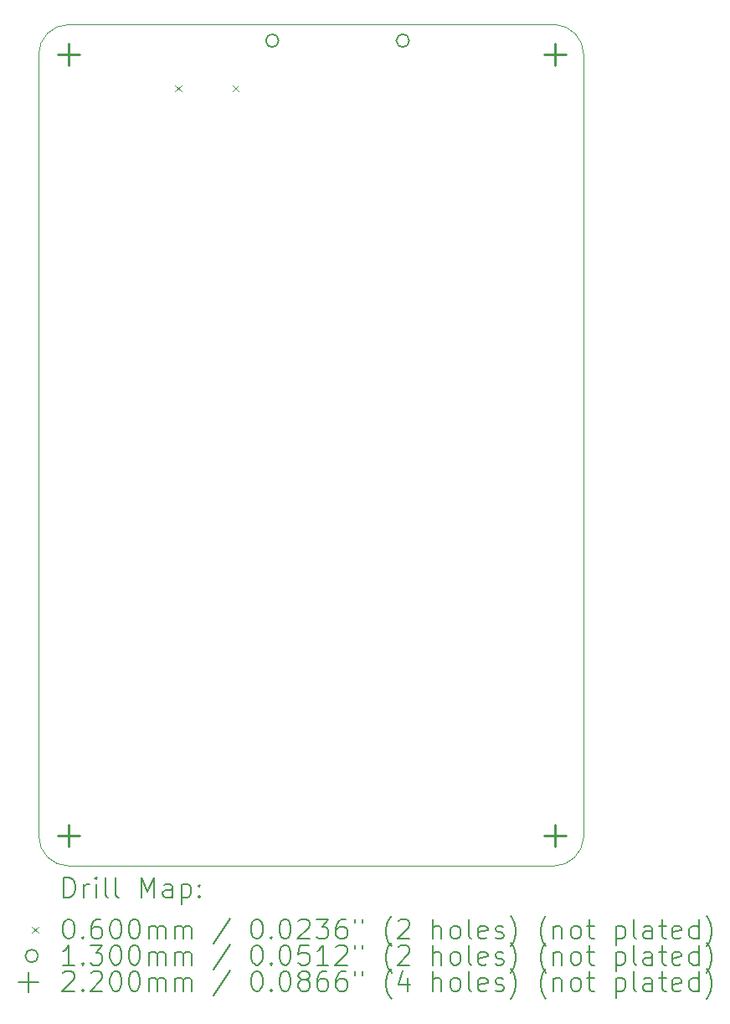
<source format=gbr>
%TF.GenerationSoftware,KiCad,Pcbnew,9.0.2*%
%TF.CreationDate,2025-05-24T18:09:23+02:00*%
%TF.ProjectId,CCFL2LED,4343464c-324c-4454-942e-6b696361645f,rev?*%
%TF.SameCoordinates,Original*%
%TF.FileFunction,Drillmap*%
%TF.FilePolarity,Positive*%
%FSLAX45Y45*%
G04 Gerber Fmt 4.5, Leading zero omitted, Abs format (unit mm)*
G04 Created by KiCad (PCBNEW 9.0.2) date 2025-05-24 18:09:23*
%MOMM*%
%LPD*%
G01*
G04 APERTURE LIST*
%ADD10C,0.100000*%
%ADD11C,0.200000*%
%ADD12C,0.130000*%
%ADD13C,0.220000*%
G04 APERTURE END LIST*
D10*
X9499865Y-3302000D02*
X9499865Y-11214100D01*
X3987800Y-3302000D02*
G75*
G02*
X4292600Y-2997200I304800J0D01*
G01*
X4292600Y-2997200D02*
X9207500Y-2997200D01*
X3987800Y-11201400D02*
X3987800Y-3302000D01*
X9207500Y-2997200D02*
G75*
G02*
X9499865Y-3302000I-12700J-304800D01*
G01*
X9194800Y-11506200D02*
X4292600Y-11506200D01*
X4292600Y-11506200D02*
G75*
G02*
X3987800Y-11201400I0J304800D01*
G01*
X9499865Y-11214100D02*
G75*
G02*
X9194800Y-11506729I-305065J12700D01*
G01*
D11*
D10*
X5370400Y-3611100D02*
X5430400Y-3671100D01*
X5430400Y-3611100D02*
X5370400Y-3671100D01*
X5948400Y-3611100D02*
X6008400Y-3671100D01*
X6008400Y-3611100D02*
X5948400Y-3671100D01*
D12*
X6415400Y-3160500D02*
G75*
G02*
X6285400Y-3160500I-65000J0D01*
G01*
X6285400Y-3160500D02*
G75*
G02*
X6415400Y-3160500I65000J0D01*
G01*
X7735400Y-3160500D02*
G75*
G02*
X7605400Y-3160500I-65000J0D01*
G01*
X7605400Y-3160500D02*
G75*
G02*
X7735400Y-3160500I65000J0D01*
G01*
D13*
X4292600Y-3192000D02*
X4292600Y-3412000D01*
X4182600Y-3302000D02*
X4402600Y-3302000D01*
X4292600Y-11091400D02*
X4292600Y-11311400D01*
X4182600Y-11201400D02*
X4402600Y-11201400D01*
X9207500Y-3192000D02*
X9207500Y-3412000D01*
X9097500Y-3302000D02*
X9317500Y-3302000D01*
X9207500Y-11091400D02*
X9207500Y-11311400D01*
X9097500Y-11201400D02*
X9317500Y-11201400D01*
D11*
X4243577Y-11823212D02*
X4243577Y-11623212D01*
X4243577Y-11623212D02*
X4291196Y-11623212D01*
X4291196Y-11623212D02*
X4319767Y-11632736D01*
X4319767Y-11632736D02*
X4338815Y-11651784D01*
X4338815Y-11651784D02*
X4348339Y-11670831D01*
X4348339Y-11670831D02*
X4357863Y-11708927D01*
X4357863Y-11708927D02*
X4357863Y-11737498D01*
X4357863Y-11737498D02*
X4348339Y-11775593D01*
X4348339Y-11775593D02*
X4338815Y-11794641D01*
X4338815Y-11794641D02*
X4319767Y-11813689D01*
X4319767Y-11813689D02*
X4291196Y-11823212D01*
X4291196Y-11823212D02*
X4243577Y-11823212D01*
X4443577Y-11823212D02*
X4443577Y-11689879D01*
X4443577Y-11727974D02*
X4453101Y-11708927D01*
X4453101Y-11708927D02*
X4462624Y-11699403D01*
X4462624Y-11699403D02*
X4481672Y-11689879D01*
X4481672Y-11689879D02*
X4500720Y-11689879D01*
X4567386Y-11823212D02*
X4567386Y-11689879D01*
X4567386Y-11623212D02*
X4557863Y-11632736D01*
X4557863Y-11632736D02*
X4567386Y-11642260D01*
X4567386Y-11642260D02*
X4576910Y-11632736D01*
X4576910Y-11632736D02*
X4567386Y-11623212D01*
X4567386Y-11623212D02*
X4567386Y-11642260D01*
X4691196Y-11823212D02*
X4672148Y-11813689D01*
X4672148Y-11813689D02*
X4662624Y-11794641D01*
X4662624Y-11794641D02*
X4662624Y-11623212D01*
X4795958Y-11823212D02*
X4776910Y-11813689D01*
X4776910Y-11813689D02*
X4767386Y-11794641D01*
X4767386Y-11794641D02*
X4767386Y-11623212D01*
X5024529Y-11823212D02*
X5024529Y-11623212D01*
X5024529Y-11623212D02*
X5091196Y-11766070D01*
X5091196Y-11766070D02*
X5157863Y-11623212D01*
X5157863Y-11623212D02*
X5157863Y-11823212D01*
X5338815Y-11823212D02*
X5338815Y-11718451D01*
X5338815Y-11718451D02*
X5329291Y-11699403D01*
X5329291Y-11699403D02*
X5310244Y-11689879D01*
X5310244Y-11689879D02*
X5272148Y-11689879D01*
X5272148Y-11689879D02*
X5253101Y-11699403D01*
X5338815Y-11813689D02*
X5319767Y-11823212D01*
X5319767Y-11823212D02*
X5272148Y-11823212D01*
X5272148Y-11823212D02*
X5253101Y-11813689D01*
X5253101Y-11813689D02*
X5243577Y-11794641D01*
X5243577Y-11794641D02*
X5243577Y-11775593D01*
X5243577Y-11775593D02*
X5253101Y-11756546D01*
X5253101Y-11756546D02*
X5272148Y-11747022D01*
X5272148Y-11747022D02*
X5319767Y-11747022D01*
X5319767Y-11747022D02*
X5338815Y-11737498D01*
X5434053Y-11689879D02*
X5434053Y-11889879D01*
X5434053Y-11699403D02*
X5453101Y-11689879D01*
X5453101Y-11689879D02*
X5491196Y-11689879D01*
X5491196Y-11689879D02*
X5510244Y-11699403D01*
X5510244Y-11699403D02*
X5519767Y-11708927D01*
X5519767Y-11708927D02*
X5529291Y-11727974D01*
X5529291Y-11727974D02*
X5529291Y-11785117D01*
X5529291Y-11785117D02*
X5519767Y-11804165D01*
X5519767Y-11804165D02*
X5510244Y-11813689D01*
X5510244Y-11813689D02*
X5491196Y-11823212D01*
X5491196Y-11823212D02*
X5453101Y-11823212D01*
X5453101Y-11823212D02*
X5434053Y-11813689D01*
X5615005Y-11804165D02*
X5624529Y-11813689D01*
X5624529Y-11813689D02*
X5615005Y-11823212D01*
X5615005Y-11823212D02*
X5605482Y-11813689D01*
X5605482Y-11813689D02*
X5615005Y-11804165D01*
X5615005Y-11804165D02*
X5615005Y-11823212D01*
X5615005Y-11699403D02*
X5624529Y-11708927D01*
X5624529Y-11708927D02*
X5615005Y-11718451D01*
X5615005Y-11718451D02*
X5605482Y-11708927D01*
X5605482Y-11708927D02*
X5615005Y-11699403D01*
X5615005Y-11699403D02*
X5615005Y-11718451D01*
D10*
X3922800Y-12121729D02*
X3982800Y-12181729D01*
X3982800Y-12121729D02*
X3922800Y-12181729D01*
D11*
X4281672Y-12043212D02*
X4300720Y-12043212D01*
X4300720Y-12043212D02*
X4319767Y-12052736D01*
X4319767Y-12052736D02*
X4329291Y-12062260D01*
X4329291Y-12062260D02*
X4338815Y-12081308D01*
X4338815Y-12081308D02*
X4348339Y-12119403D01*
X4348339Y-12119403D02*
X4348339Y-12167022D01*
X4348339Y-12167022D02*
X4338815Y-12205117D01*
X4338815Y-12205117D02*
X4329291Y-12224165D01*
X4329291Y-12224165D02*
X4319767Y-12233689D01*
X4319767Y-12233689D02*
X4300720Y-12243212D01*
X4300720Y-12243212D02*
X4281672Y-12243212D01*
X4281672Y-12243212D02*
X4262624Y-12233689D01*
X4262624Y-12233689D02*
X4253101Y-12224165D01*
X4253101Y-12224165D02*
X4243577Y-12205117D01*
X4243577Y-12205117D02*
X4234053Y-12167022D01*
X4234053Y-12167022D02*
X4234053Y-12119403D01*
X4234053Y-12119403D02*
X4243577Y-12081308D01*
X4243577Y-12081308D02*
X4253101Y-12062260D01*
X4253101Y-12062260D02*
X4262624Y-12052736D01*
X4262624Y-12052736D02*
X4281672Y-12043212D01*
X4434053Y-12224165D02*
X4443577Y-12233689D01*
X4443577Y-12233689D02*
X4434053Y-12243212D01*
X4434053Y-12243212D02*
X4424529Y-12233689D01*
X4424529Y-12233689D02*
X4434053Y-12224165D01*
X4434053Y-12224165D02*
X4434053Y-12243212D01*
X4615005Y-12043212D02*
X4576910Y-12043212D01*
X4576910Y-12043212D02*
X4557863Y-12052736D01*
X4557863Y-12052736D02*
X4548339Y-12062260D01*
X4548339Y-12062260D02*
X4529291Y-12090831D01*
X4529291Y-12090831D02*
X4519767Y-12128927D01*
X4519767Y-12128927D02*
X4519767Y-12205117D01*
X4519767Y-12205117D02*
X4529291Y-12224165D01*
X4529291Y-12224165D02*
X4538815Y-12233689D01*
X4538815Y-12233689D02*
X4557863Y-12243212D01*
X4557863Y-12243212D02*
X4595958Y-12243212D01*
X4595958Y-12243212D02*
X4615005Y-12233689D01*
X4615005Y-12233689D02*
X4624529Y-12224165D01*
X4624529Y-12224165D02*
X4634053Y-12205117D01*
X4634053Y-12205117D02*
X4634053Y-12157498D01*
X4634053Y-12157498D02*
X4624529Y-12138451D01*
X4624529Y-12138451D02*
X4615005Y-12128927D01*
X4615005Y-12128927D02*
X4595958Y-12119403D01*
X4595958Y-12119403D02*
X4557863Y-12119403D01*
X4557863Y-12119403D02*
X4538815Y-12128927D01*
X4538815Y-12128927D02*
X4529291Y-12138451D01*
X4529291Y-12138451D02*
X4519767Y-12157498D01*
X4757863Y-12043212D02*
X4776910Y-12043212D01*
X4776910Y-12043212D02*
X4795958Y-12052736D01*
X4795958Y-12052736D02*
X4805482Y-12062260D01*
X4805482Y-12062260D02*
X4815005Y-12081308D01*
X4815005Y-12081308D02*
X4824529Y-12119403D01*
X4824529Y-12119403D02*
X4824529Y-12167022D01*
X4824529Y-12167022D02*
X4815005Y-12205117D01*
X4815005Y-12205117D02*
X4805482Y-12224165D01*
X4805482Y-12224165D02*
X4795958Y-12233689D01*
X4795958Y-12233689D02*
X4776910Y-12243212D01*
X4776910Y-12243212D02*
X4757863Y-12243212D01*
X4757863Y-12243212D02*
X4738815Y-12233689D01*
X4738815Y-12233689D02*
X4729291Y-12224165D01*
X4729291Y-12224165D02*
X4719767Y-12205117D01*
X4719767Y-12205117D02*
X4710244Y-12167022D01*
X4710244Y-12167022D02*
X4710244Y-12119403D01*
X4710244Y-12119403D02*
X4719767Y-12081308D01*
X4719767Y-12081308D02*
X4729291Y-12062260D01*
X4729291Y-12062260D02*
X4738815Y-12052736D01*
X4738815Y-12052736D02*
X4757863Y-12043212D01*
X4948339Y-12043212D02*
X4967386Y-12043212D01*
X4967386Y-12043212D02*
X4986434Y-12052736D01*
X4986434Y-12052736D02*
X4995958Y-12062260D01*
X4995958Y-12062260D02*
X5005482Y-12081308D01*
X5005482Y-12081308D02*
X5015005Y-12119403D01*
X5015005Y-12119403D02*
X5015005Y-12167022D01*
X5015005Y-12167022D02*
X5005482Y-12205117D01*
X5005482Y-12205117D02*
X4995958Y-12224165D01*
X4995958Y-12224165D02*
X4986434Y-12233689D01*
X4986434Y-12233689D02*
X4967386Y-12243212D01*
X4967386Y-12243212D02*
X4948339Y-12243212D01*
X4948339Y-12243212D02*
X4929291Y-12233689D01*
X4929291Y-12233689D02*
X4919767Y-12224165D01*
X4919767Y-12224165D02*
X4910244Y-12205117D01*
X4910244Y-12205117D02*
X4900720Y-12167022D01*
X4900720Y-12167022D02*
X4900720Y-12119403D01*
X4900720Y-12119403D02*
X4910244Y-12081308D01*
X4910244Y-12081308D02*
X4919767Y-12062260D01*
X4919767Y-12062260D02*
X4929291Y-12052736D01*
X4929291Y-12052736D02*
X4948339Y-12043212D01*
X5100720Y-12243212D02*
X5100720Y-12109879D01*
X5100720Y-12128927D02*
X5110244Y-12119403D01*
X5110244Y-12119403D02*
X5129291Y-12109879D01*
X5129291Y-12109879D02*
X5157863Y-12109879D01*
X5157863Y-12109879D02*
X5176910Y-12119403D01*
X5176910Y-12119403D02*
X5186434Y-12138451D01*
X5186434Y-12138451D02*
X5186434Y-12243212D01*
X5186434Y-12138451D02*
X5195958Y-12119403D01*
X5195958Y-12119403D02*
X5215005Y-12109879D01*
X5215005Y-12109879D02*
X5243577Y-12109879D01*
X5243577Y-12109879D02*
X5262625Y-12119403D01*
X5262625Y-12119403D02*
X5272148Y-12138451D01*
X5272148Y-12138451D02*
X5272148Y-12243212D01*
X5367386Y-12243212D02*
X5367386Y-12109879D01*
X5367386Y-12128927D02*
X5376910Y-12119403D01*
X5376910Y-12119403D02*
X5395958Y-12109879D01*
X5395958Y-12109879D02*
X5424529Y-12109879D01*
X5424529Y-12109879D02*
X5443577Y-12119403D01*
X5443577Y-12119403D02*
X5453101Y-12138451D01*
X5453101Y-12138451D02*
X5453101Y-12243212D01*
X5453101Y-12138451D02*
X5462625Y-12119403D01*
X5462625Y-12119403D02*
X5481672Y-12109879D01*
X5481672Y-12109879D02*
X5510244Y-12109879D01*
X5510244Y-12109879D02*
X5529291Y-12119403D01*
X5529291Y-12119403D02*
X5538815Y-12138451D01*
X5538815Y-12138451D02*
X5538815Y-12243212D01*
X5929291Y-12033689D02*
X5757863Y-12290831D01*
X6186434Y-12043212D02*
X6205482Y-12043212D01*
X6205482Y-12043212D02*
X6224529Y-12052736D01*
X6224529Y-12052736D02*
X6234053Y-12062260D01*
X6234053Y-12062260D02*
X6243577Y-12081308D01*
X6243577Y-12081308D02*
X6253101Y-12119403D01*
X6253101Y-12119403D02*
X6253101Y-12167022D01*
X6253101Y-12167022D02*
X6243577Y-12205117D01*
X6243577Y-12205117D02*
X6234053Y-12224165D01*
X6234053Y-12224165D02*
X6224529Y-12233689D01*
X6224529Y-12233689D02*
X6205482Y-12243212D01*
X6205482Y-12243212D02*
X6186434Y-12243212D01*
X6186434Y-12243212D02*
X6167386Y-12233689D01*
X6167386Y-12233689D02*
X6157863Y-12224165D01*
X6157863Y-12224165D02*
X6148339Y-12205117D01*
X6148339Y-12205117D02*
X6138815Y-12167022D01*
X6138815Y-12167022D02*
X6138815Y-12119403D01*
X6138815Y-12119403D02*
X6148339Y-12081308D01*
X6148339Y-12081308D02*
X6157863Y-12062260D01*
X6157863Y-12062260D02*
X6167386Y-12052736D01*
X6167386Y-12052736D02*
X6186434Y-12043212D01*
X6338815Y-12224165D02*
X6348339Y-12233689D01*
X6348339Y-12233689D02*
X6338815Y-12243212D01*
X6338815Y-12243212D02*
X6329291Y-12233689D01*
X6329291Y-12233689D02*
X6338815Y-12224165D01*
X6338815Y-12224165D02*
X6338815Y-12243212D01*
X6472148Y-12043212D02*
X6491196Y-12043212D01*
X6491196Y-12043212D02*
X6510244Y-12052736D01*
X6510244Y-12052736D02*
X6519767Y-12062260D01*
X6519767Y-12062260D02*
X6529291Y-12081308D01*
X6529291Y-12081308D02*
X6538815Y-12119403D01*
X6538815Y-12119403D02*
X6538815Y-12167022D01*
X6538815Y-12167022D02*
X6529291Y-12205117D01*
X6529291Y-12205117D02*
X6519767Y-12224165D01*
X6519767Y-12224165D02*
X6510244Y-12233689D01*
X6510244Y-12233689D02*
X6491196Y-12243212D01*
X6491196Y-12243212D02*
X6472148Y-12243212D01*
X6472148Y-12243212D02*
X6453101Y-12233689D01*
X6453101Y-12233689D02*
X6443577Y-12224165D01*
X6443577Y-12224165D02*
X6434053Y-12205117D01*
X6434053Y-12205117D02*
X6424529Y-12167022D01*
X6424529Y-12167022D02*
X6424529Y-12119403D01*
X6424529Y-12119403D02*
X6434053Y-12081308D01*
X6434053Y-12081308D02*
X6443577Y-12062260D01*
X6443577Y-12062260D02*
X6453101Y-12052736D01*
X6453101Y-12052736D02*
X6472148Y-12043212D01*
X6615006Y-12062260D02*
X6624529Y-12052736D01*
X6624529Y-12052736D02*
X6643577Y-12043212D01*
X6643577Y-12043212D02*
X6691196Y-12043212D01*
X6691196Y-12043212D02*
X6710244Y-12052736D01*
X6710244Y-12052736D02*
X6719767Y-12062260D01*
X6719767Y-12062260D02*
X6729291Y-12081308D01*
X6729291Y-12081308D02*
X6729291Y-12100355D01*
X6729291Y-12100355D02*
X6719767Y-12128927D01*
X6719767Y-12128927D02*
X6605482Y-12243212D01*
X6605482Y-12243212D02*
X6729291Y-12243212D01*
X6795958Y-12043212D02*
X6919767Y-12043212D01*
X6919767Y-12043212D02*
X6853101Y-12119403D01*
X6853101Y-12119403D02*
X6881672Y-12119403D01*
X6881672Y-12119403D02*
X6900720Y-12128927D01*
X6900720Y-12128927D02*
X6910244Y-12138451D01*
X6910244Y-12138451D02*
X6919767Y-12157498D01*
X6919767Y-12157498D02*
X6919767Y-12205117D01*
X6919767Y-12205117D02*
X6910244Y-12224165D01*
X6910244Y-12224165D02*
X6900720Y-12233689D01*
X6900720Y-12233689D02*
X6881672Y-12243212D01*
X6881672Y-12243212D02*
X6824529Y-12243212D01*
X6824529Y-12243212D02*
X6805482Y-12233689D01*
X6805482Y-12233689D02*
X6795958Y-12224165D01*
X7091196Y-12043212D02*
X7053101Y-12043212D01*
X7053101Y-12043212D02*
X7034053Y-12052736D01*
X7034053Y-12052736D02*
X7024529Y-12062260D01*
X7024529Y-12062260D02*
X7005482Y-12090831D01*
X7005482Y-12090831D02*
X6995958Y-12128927D01*
X6995958Y-12128927D02*
X6995958Y-12205117D01*
X6995958Y-12205117D02*
X7005482Y-12224165D01*
X7005482Y-12224165D02*
X7015006Y-12233689D01*
X7015006Y-12233689D02*
X7034053Y-12243212D01*
X7034053Y-12243212D02*
X7072148Y-12243212D01*
X7072148Y-12243212D02*
X7091196Y-12233689D01*
X7091196Y-12233689D02*
X7100720Y-12224165D01*
X7100720Y-12224165D02*
X7110244Y-12205117D01*
X7110244Y-12205117D02*
X7110244Y-12157498D01*
X7110244Y-12157498D02*
X7100720Y-12138451D01*
X7100720Y-12138451D02*
X7091196Y-12128927D01*
X7091196Y-12128927D02*
X7072148Y-12119403D01*
X7072148Y-12119403D02*
X7034053Y-12119403D01*
X7034053Y-12119403D02*
X7015006Y-12128927D01*
X7015006Y-12128927D02*
X7005482Y-12138451D01*
X7005482Y-12138451D02*
X6995958Y-12157498D01*
X7186434Y-12043212D02*
X7186434Y-12081308D01*
X7262625Y-12043212D02*
X7262625Y-12081308D01*
X7557863Y-12319403D02*
X7548339Y-12309879D01*
X7548339Y-12309879D02*
X7529291Y-12281308D01*
X7529291Y-12281308D02*
X7519768Y-12262260D01*
X7519768Y-12262260D02*
X7510244Y-12233689D01*
X7510244Y-12233689D02*
X7500720Y-12186070D01*
X7500720Y-12186070D02*
X7500720Y-12147974D01*
X7500720Y-12147974D02*
X7510244Y-12100355D01*
X7510244Y-12100355D02*
X7519768Y-12071784D01*
X7519768Y-12071784D02*
X7529291Y-12052736D01*
X7529291Y-12052736D02*
X7548339Y-12024165D01*
X7548339Y-12024165D02*
X7557863Y-12014641D01*
X7624529Y-12062260D02*
X7634053Y-12052736D01*
X7634053Y-12052736D02*
X7653101Y-12043212D01*
X7653101Y-12043212D02*
X7700720Y-12043212D01*
X7700720Y-12043212D02*
X7719768Y-12052736D01*
X7719768Y-12052736D02*
X7729291Y-12062260D01*
X7729291Y-12062260D02*
X7738815Y-12081308D01*
X7738815Y-12081308D02*
X7738815Y-12100355D01*
X7738815Y-12100355D02*
X7729291Y-12128927D01*
X7729291Y-12128927D02*
X7615006Y-12243212D01*
X7615006Y-12243212D02*
X7738815Y-12243212D01*
X7976910Y-12243212D02*
X7976910Y-12043212D01*
X8062625Y-12243212D02*
X8062625Y-12138451D01*
X8062625Y-12138451D02*
X8053101Y-12119403D01*
X8053101Y-12119403D02*
X8034053Y-12109879D01*
X8034053Y-12109879D02*
X8005482Y-12109879D01*
X8005482Y-12109879D02*
X7986434Y-12119403D01*
X7986434Y-12119403D02*
X7976910Y-12128927D01*
X8186434Y-12243212D02*
X8167387Y-12233689D01*
X8167387Y-12233689D02*
X8157863Y-12224165D01*
X8157863Y-12224165D02*
X8148339Y-12205117D01*
X8148339Y-12205117D02*
X8148339Y-12147974D01*
X8148339Y-12147974D02*
X8157863Y-12128927D01*
X8157863Y-12128927D02*
X8167387Y-12119403D01*
X8167387Y-12119403D02*
X8186434Y-12109879D01*
X8186434Y-12109879D02*
X8215006Y-12109879D01*
X8215006Y-12109879D02*
X8234053Y-12119403D01*
X8234053Y-12119403D02*
X8243577Y-12128927D01*
X8243577Y-12128927D02*
X8253101Y-12147974D01*
X8253101Y-12147974D02*
X8253101Y-12205117D01*
X8253101Y-12205117D02*
X8243577Y-12224165D01*
X8243577Y-12224165D02*
X8234053Y-12233689D01*
X8234053Y-12233689D02*
X8215006Y-12243212D01*
X8215006Y-12243212D02*
X8186434Y-12243212D01*
X8367387Y-12243212D02*
X8348339Y-12233689D01*
X8348339Y-12233689D02*
X8338815Y-12214641D01*
X8338815Y-12214641D02*
X8338815Y-12043212D01*
X8519768Y-12233689D02*
X8500720Y-12243212D01*
X8500720Y-12243212D02*
X8462625Y-12243212D01*
X8462625Y-12243212D02*
X8443577Y-12233689D01*
X8443577Y-12233689D02*
X8434053Y-12214641D01*
X8434053Y-12214641D02*
X8434053Y-12138451D01*
X8434053Y-12138451D02*
X8443577Y-12119403D01*
X8443577Y-12119403D02*
X8462625Y-12109879D01*
X8462625Y-12109879D02*
X8500720Y-12109879D01*
X8500720Y-12109879D02*
X8519768Y-12119403D01*
X8519768Y-12119403D02*
X8529292Y-12138451D01*
X8529292Y-12138451D02*
X8529292Y-12157498D01*
X8529292Y-12157498D02*
X8434053Y-12176546D01*
X8605482Y-12233689D02*
X8624530Y-12243212D01*
X8624530Y-12243212D02*
X8662625Y-12243212D01*
X8662625Y-12243212D02*
X8681673Y-12233689D01*
X8681673Y-12233689D02*
X8691196Y-12214641D01*
X8691196Y-12214641D02*
X8691196Y-12205117D01*
X8691196Y-12205117D02*
X8681673Y-12186070D01*
X8681673Y-12186070D02*
X8662625Y-12176546D01*
X8662625Y-12176546D02*
X8634053Y-12176546D01*
X8634053Y-12176546D02*
X8615006Y-12167022D01*
X8615006Y-12167022D02*
X8605482Y-12147974D01*
X8605482Y-12147974D02*
X8605482Y-12138451D01*
X8605482Y-12138451D02*
X8615006Y-12119403D01*
X8615006Y-12119403D02*
X8634053Y-12109879D01*
X8634053Y-12109879D02*
X8662625Y-12109879D01*
X8662625Y-12109879D02*
X8681673Y-12119403D01*
X8757863Y-12319403D02*
X8767387Y-12309879D01*
X8767387Y-12309879D02*
X8786434Y-12281308D01*
X8786434Y-12281308D02*
X8795958Y-12262260D01*
X8795958Y-12262260D02*
X8805482Y-12233689D01*
X8805482Y-12233689D02*
X8815006Y-12186070D01*
X8815006Y-12186070D02*
X8815006Y-12147974D01*
X8815006Y-12147974D02*
X8805482Y-12100355D01*
X8805482Y-12100355D02*
X8795958Y-12071784D01*
X8795958Y-12071784D02*
X8786434Y-12052736D01*
X8786434Y-12052736D02*
X8767387Y-12024165D01*
X8767387Y-12024165D02*
X8757863Y-12014641D01*
X9119768Y-12319403D02*
X9110244Y-12309879D01*
X9110244Y-12309879D02*
X9091196Y-12281308D01*
X9091196Y-12281308D02*
X9081673Y-12262260D01*
X9081673Y-12262260D02*
X9072149Y-12233689D01*
X9072149Y-12233689D02*
X9062625Y-12186070D01*
X9062625Y-12186070D02*
X9062625Y-12147974D01*
X9062625Y-12147974D02*
X9072149Y-12100355D01*
X9072149Y-12100355D02*
X9081673Y-12071784D01*
X9081673Y-12071784D02*
X9091196Y-12052736D01*
X9091196Y-12052736D02*
X9110244Y-12024165D01*
X9110244Y-12024165D02*
X9119768Y-12014641D01*
X9195958Y-12109879D02*
X9195958Y-12243212D01*
X9195958Y-12128927D02*
X9205482Y-12119403D01*
X9205482Y-12119403D02*
X9224530Y-12109879D01*
X9224530Y-12109879D02*
X9253101Y-12109879D01*
X9253101Y-12109879D02*
X9272149Y-12119403D01*
X9272149Y-12119403D02*
X9281673Y-12138451D01*
X9281673Y-12138451D02*
X9281673Y-12243212D01*
X9405482Y-12243212D02*
X9386434Y-12233689D01*
X9386434Y-12233689D02*
X9376911Y-12224165D01*
X9376911Y-12224165D02*
X9367387Y-12205117D01*
X9367387Y-12205117D02*
X9367387Y-12147974D01*
X9367387Y-12147974D02*
X9376911Y-12128927D01*
X9376911Y-12128927D02*
X9386434Y-12119403D01*
X9386434Y-12119403D02*
X9405482Y-12109879D01*
X9405482Y-12109879D02*
X9434054Y-12109879D01*
X9434054Y-12109879D02*
X9453101Y-12119403D01*
X9453101Y-12119403D02*
X9462625Y-12128927D01*
X9462625Y-12128927D02*
X9472149Y-12147974D01*
X9472149Y-12147974D02*
X9472149Y-12205117D01*
X9472149Y-12205117D02*
X9462625Y-12224165D01*
X9462625Y-12224165D02*
X9453101Y-12233689D01*
X9453101Y-12233689D02*
X9434054Y-12243212D01*
X9434054Y-12243212D02*
X9405482Y-12243212D01*
X9529292Y-12109879D02*
X9605482Y-12109879D01*
X9557863Y-12043212D02*
X9557863Y-12214641D01*
X9557863Y-12214641D02*
X9567387Y-12233689D01*
X9567387Y-12233689D02*
X9586434Y-12243212D01*
X9586434Y-12243212D02*
X9605482Y-12243212D01*
X9824530Y-12109879D02*
X9824530Y-12309879D01*
X9824530Y-12119403D02*
X9843577Y-12109879D01*
X9843577Y-12109879D02*
X9881673Y-12109879D01*
X9881673Y-12109879D02*
X9900720Y-12119403D01*
X9900720Y-12119403D02*
X9910244Y-12128927D01*
X9910244Y-12128927D02*
X9919768Y-12147974D01*
X9919768Y-12147974D02*
X9919768Y-12205117D01*
X9919768Y-12205117D02*
X9910244Y-12224165D01*
X9910244Y-12224165D02*
X9900720Y-12233689D01*
X9900720Y-12233689D02*
X9881673Y-12243212D01*
X9881673Y-12243212D02*
X9843577Y-12243212D01*
X9843577Y-12243212D02*
X9824530Y-12233689D01*
X10034054Y-12243212D02*
X10015006Y-12233689D01*
X10015006Y-12233689D02*
X10005482Y-12214641D01*
X10005482Y-12214641D02*
X10005482Y-12043212D01*
X10195958Y-12243212D02*
X10195958Y-12138451D01*
X10195958Y-12138451D02*
X10186435Y-12119403D01*
X10186435Y-12119403D02*
X10167387Y-12109879D01*
X10167387Y-12109879D02*
X10129292Y-12109879D01*
X10129292Y-12109879D02*
X10110244Y-12119403D01*
X10195958Y-12233689D02*
X10176911Y-12243212D01*
X10176911Y-12243212D02*
X10129292Y-12243212D01*
X10129292Y-12243212D02*
X10110244Y-12233689D01*
X10110244Y-12233689D02*
X10100720Y-12214641D01*
X10100720Y-12214641D02*
X10100720Y-12195593D01*
X10100720Y-12195593D02*
X10110244Y-12176546D01*
X10110244Y-12176546D02*
X10129292Y-12167022D01*
X10129292Y-12167022D02*
X10176911Y-12167022D01*
X10176911Y-12167022D02*
X10195958Y-12157498D01*
X10262625Y-12109879D02*
X10338815Y-12109879D01*
X10291196Y-12043212D02*
X10291196Y-12214641D01*
X10291196Y-12214641D02*
X10300720Y-12233689D01*
X10300720Y-12233689D02*
X10319768Y-12243212D01*
X10319768Y-12243212D02*
X10338815Y-12243212D01*
X10481673Y-12233689D02*
X10462625Y-12243212D01*
X10462625Y-12243212D02*
X10424530Y-12243212D01*
X10424530Y-12243212D02*
X10405482Y-12233689D01*
X10405482Y-12233689D02*
X10395958Y-12214641D01*
X10395958Y-12214641D02*
X10395958Y-12138451D01*
X10395958Y-12138451D02*
X10405482Y-12119403D01*
X10405482Y-12119403D02*
X10424530Y-12109879D01*
X10424530Y-12109879D02*
X10462625Y-12109879D01*
X10462625Y-12109879D02*
X10481673Y-12119403D01*
X10481673Y-12119403D02*
X10491196Y-12138451D01*
X10491196Y-12138451D02*
X10491196Y-12157498D01*
X10491196Y-12157498D02*
X10395958Y-12176546D01*
X10662625Y-12243212D02*
X10662625Y-12043212D01*
X10662625Y-12233689D02*
X10643577Y-12243212D01*
X10643577Y-12243212D02*
X10605482Y-12243212D01*
X10605482Y-12243212D02*
X10586435Y-12233689D01*
X10586435Y-12233689D02*
X10576911Y-12224165D01*
X10576911Y-12224165D02*
X10567387Y-12205117D01*
X10567387Y-12205117D02*
X10567387Y-12147974D01*
X10567387Y-12147974D02*
X10576911Y-12128927D01*
X10576911Y-12128927D02*
X10586435Y-12119403D01*
X10586435Y-12119403D02*
X10605482Y-12109879D01*
X10605482Y-12109879D02*
X10643577Y-12109879D01*
X10643577Y-12109879D02*
X10662625Y-12119403D01*
X10738816Y-12319403D02*
X10748339Y-12309879D01*
X10748339Y-12309879D02*
X10767387Y-12281308D01*
X10767387Y-12281308D02*
X10776911Y-12262260D01*
X10776911Y-12262260D02*
X10786435Y-12233689D01*
X10786435Y-12233689D02*
X10795958Y-12186070D01*
X10795958Y-12186070D02*
X10795958Y-12147974D01*
X10795958Y-12147974D02*
X10786435Y-12100355D01*
X10786435Y-12100355D02*
X10776911Y-12071784D01*
X10776911Y-12071784D02*
X10767387Y-12052736D01*
X10767387Y-12052736D02*
X10748339Y-12024165D01*
X10748339Y-12024165D02*
X10738816Y-12014641D01*
D12*
X3982800Y-12415729D02*
G75*
G02*
X3852800Y-12415729I-65000J0D01*
G01*
X3852800Y-12415729D02*
G75*
G02*
X3982800Y-12415729I65000J0D01*
G01*
D11*
X4348339Y-12507212D02*
X4234053Y-12507212D01*
X4291196Y-12507212D02*
X4291196Y-12307212D01*
X4291196Y-12307212D02*
X4272148Y-12335784D01*
X4272148Y-12335784D02*
X4253101Y-12354831D01*
X4253101Y-12354831D02*
X4234053Y-12364355D01*
X4434053Y-12488165D02*
X4443577Y-12497689D01*
X4443577Y-12497689D02*
X4434053Y-12507212D01*
X4434053Y-12507212D02*
X4424529Y-12497689D01*
X4424529Y-12497689D02*
X4434053Y-12488165D01*
X4434053Y-12488165D02*
X4434053Y-12507212D01*
X4510244Y-12307212D02*
X4634053Y-12307212D01*
X4634053Y-12307212D02*
X4567386Y-12383403D01*
X4567386Y-12383403D02*
X4595958Y-12383403D01*
X4595958Y-12383403D02*
X4615005Y-12392927D01*
X4615005Y-12392927D02*
X4624529Y-12402451D01*
X4624529Y-12402451D02*
X4634053Y-12421498D01*
X4634053Y-12421498D02*
X4634053Y-12469117D01*
X4634053Y-12469117D02*
X4624529Y-12488165D01*
X4624529Y-12488165D02*
X4615005Y-12497689D01*
X4615005Y-12497689D02*
X4595958Y-12507212D01*
X4595958Y-12507212D02*
X4538815Y-12507212D01*
X4538815Y-12507212D02*
X4519767Y-12497689D01*
X4519767Y-12497689D02*
X4510244Y-12488165D01*
X4757863Y-12307212D02*
X4776910Y-12307212D01*
X4776910Y-12307212D02*
X4795958Y-12316736D01*
X4795958Y-12316736D02*
X4805482Y-12326260D01*
X4805482Y-12326260D02*
X4815005Y-12345308D01*
X4815005Y-12345308D02*
X4824529Y-12383403D01*
X4824529Y-12383403D02*
X4824529Y-12431022D01*
X4824529Y-12431022D02*
X4815005Y-12469117D01*
X4815005Y-12469117D02*
X4805482Y-12488165D01*
X4805482Y-12488165D02*
X4795958Y-12497689D01*
X4795958Y-12497689D02*
X4776910Y-12507212D01*
X4776910Y-12507212D02*
X4757863Y-12507212D01*
X4757863Y-12507212D02*
X4738815Y-12497689D01*
X4738815Y-12497689D02*
X4729291Y-12488165D01*
X4729291Y-12488165D02*
X4719767Y-12469117D01*
X4719767Y-12469117D02*
X4710244Y-12431022D01*
X4710244Y-12431022D02*
X4710244Y-12383403D01*
X4710244Y-12383403D02*
X4719767Y-12345308D01*
X4719767Y-12345308D02*
X4729291Y-12326260D01*
X4729291Y-12326260D02*
X4738815Y-12316736D01*
X4738815Y-12316736D02*
X4757863Y-12307212D01*
X4948339Y-12307212D02*
X4967386Y-12307212D01*
X4967386Y-12307212D02*
X4986434Y-12316736D01*
X4986434Y-12316736D02*
X4995958Y-12326260D01*
X4995958Y-12326260D02*
X5005482Y-12345308D01*
X5005482Y-12345308D02*
X5015005Y-12383403D01*
X5015005Y-12383403D02*
X5015005Y-12431022D01*
X5015005Y-12431022D02*
X5005482Y-12469117D01*
X5005482Y-12469117D02*
X4995958Y-12488165D01*
X4995958Y-12488165D02*
X4986434Y-12497689D01*
X4986434Y-12497689D02*
X4967386Y-12507212D01*
X4967386Y-12507212D02*
X4948339Y-12507212D01*
X4948339Y-12507212D02*
X4929291Y-12497689D01*
X4929291Y-12497689D02*
X4919767Y-12488165D01*
X4919767Y-12488165D02*
X4910244Y-12469117D01*
X4910244Y-12469117D02*
X4900720Y-12431022D01*
X4900720Y-12431022D02*
X4900720Y-12383403D01*
X4900720Y-12383403D02*
X4910244Y-12345308D01*
X4910244Y-12345308D02*
X4919767Y-12326260D01*
X4919767Y-12326260D02*
X4929291Y-12316736D01*
X4929291Y-12316736D02*
X4948339Y-12307212D01*
X5100720Y-12507212D02*
X5100720Y-12373879D01*
X5100720Y-12392927D02*
X5110244Y-12383403D01*
X5110244Y-12383403D02*
X5129291Y-12373879D01*
X5129291Y-12373879D02*
X5157863Y-12373879D01*
X5157863Y-12373879D02*
X5176910Y-12383403D01*
X5176910Y-12383403D02*
X5186434Y-12402451D01*
X5186434Y-12402451D02*
X5186434Y-12507212D01*
X5186434Y-12402451D02*
X5195958Y-12383403D01*
X5195958Y-12383403D02*
X5215005Y-12373879D01*
X5215005Y-12373879D02*
X5243577Y-12373879D01*
X5243577Y-12373879D02*
X5262625Y-12383403D01*
X5262625Y-12383403D02*
X5272148Y-12402451D01*
X5272148Y-12402451D02*
X5272148Y-12507212D01*
X5367386Y-12507212D02*
X5367386Y-12373879D01*
X5367386Y-12392927D02*
X5376910Y-12383403D01*
X5376910Y-12383403D02*
X5395958Y-12373879D01*
X5395958Y-12373879D02*
X5424529Y-12373879D01*
X5424529Y-12373879D02*
X5443577Y-12383403D01*
X5443577Y-12383403D02*
X5453101Y-12402451D01*
X5453101Y-12402451D02*
X5453101Y-12507212D01*
X5453101Y-12402451D02*
X5462625Y-12383403D01*
X5462625Y-12383403D02*
X5481672Y-12373879D01*
X5481672Y-12373879D02*
X5510244Y-12373879D01*
X5510244Y-12373879D02*
X5529291Y-12383403D01*
X5529291Y-12383403D02*
X5538815Y-12402451D01*
X5538815Y-12402451D02*
X5538815Y-12507212D01*
X5929291Y-12297689D02*
X5757863Y-12554831D01*
X6186434Y-12307212D02*
X6205482Y-12307212D01*
X6205482Y-12307212D02*
X6224529Y-12316736D01*
X6224529Y-12316736D02*
X6234053Y-12326260D01*
X6234053Y-12326260D02*
X6243577Y-12345308D01*
X6243577Y-12345308D02*
X6253101Y-12383403D01*
X6253101Y-12383403D02*
X6253101Y-12431022D01*
X6253101Y-12431022D02*
X6243577Y-12469117D01*
X6243577Y-12469117D02*
X6234053Y-12488165D01*
X6234053Y-12488165D02*
X6224529Y-12497689D01*
X6224529Y-12497689D02*
X6205482Y-12507212D01*
X6205482Y-12507212D02*
X6186434Y-12507212D01*
X6186434Y-12507212D02*
X6167386Y-12497689D01*
X6167386Y-12497689D02*
X6157863Y-12488165D01*
X6157863Y-12488165D02*
X6148339Y-12469117D01*
X6148339Y-12469117D02*
X6138815Y-12431022D01*
X6138815Y-12431022D02*
X6138815Y-12383403D01*
X6138815Y-12383403D02*
X6148339Y-12345308D01*
X6148339Y-12345308D02*
X6157863Y-12326260D01*
X6157863Y-12326260D02*
X6167386Y-12316736D01*
X6167386Y-12316736D02*
X6186434Y-12307212D01*
X6338815Y-12488165D02*
X6348339Y-12497689D01*
X6348339Y-12497689D02*
X6338815Y-12507212D01*
X6338815Y-12507212D02*
X6329291Y-12497689D01*
X6329291Y-12497689D02*
X6338815Y-12488165D01*
X6338815Y-12488165D02*
X6338815Y-12507212D01*
X6472148Y-12307212D02*
X6491196Y-12307212D01*
X6491196Y-12307212D02*
X6510244Y-12316736D01*
X6510244Y-12316736D02*
X6519767Y-12326260D01*
X6519767Y-12326260D02*
X6529291Y-12345308D01*
X6529291Y-12345308D02*
X6538815Y-12383403D01*
X6538815Y-12383403D02*
X6538815Y-12431022D01*
X6538815Y-12431022D02*
X6529291Y-12469117D01*
X6529291Y-12469117D02*
X6519767Y-12488165D01*
X6519767Y-12488165D02*
X6510244Y-12497689D01*
X6510244Y-12497689D02*
X6491196Y-12507212D01*
X6491196Y-12507212D02*
X6472148Y-12507212D01*
X6472148Y-12507212D02*
X6453101Y-12497689D01*
X6453101Y-12497689D02*
X6443577Y-12488165D01*
X6443577Y-12488165D02*
X6434053Y-12469117D01*
X6434053Y-12469117D02*
X6424529Y-12431022D01*
X6424529Y-12431022D02*
X6424529Y-12383403D01*
X6424529Y-12383403D02*
X6434053Y-12345308D01*
X6434053Y-12345308D02*
X6443577Y-12326260D01*
X6443577Y-12326260D02*
X6453101Y-12316736D01*
X6453101Y-12316736D02*
X6472148Y-12307212D01*
X6719767Y-12307212D02*
X6624529Y-12307212D01*
X6624529Y-12307212D02*
X6615006Y-12402451D01*
X6615006Y-12402451D02*
X6624529Y-12392927D01*
X6624529Y-12392927D02*
X6643577Y-12383403D01*
X6643577Y-12383403D02*
X6691196Y-12383403D01*
X6691196Y-12383403D02*
X6710244Y-12392927D01*
X6710244Y-12392927D02*
X6719767Y-12402451D01*
X6719767Y-12402451D02*
X6729291Y-12421498D01*
X6729291Y-12421498D02*
X6729291Y-12469117D01*
X6729291Y-12469117D02*
X6719767Y-12488165D01*
X6719767Y-12488165D02*
X6710244Y-12497689D01*
X6710244Y-12497689D02*
X6691196Y-12507212D01*
X6691196Y-12507212D02*
X6643577Y-12507212D01*
X6643577Y-12507212D02*
X6624529Y-12497689D01*
X6624529Y-12497689D02*
X6615006Y-12488165D01*
X6919767Y-12507212D02*
X6805482Y-12507212D01*
X6862625Y-12507212D02*
X6862625Y-12307212D01*
X6862625Y-12307212D02*
X6843577Y-12335784D01*
X6843577Y-12335784D02*
X6824529Y-12354831D01*
X6824529Y-12354831D02*
X6805482Y-12364355D01*
X6995958Y-12326260D02*
X7005482Y-12316736D01*
X7005482Y-12316736D02*
X7024529Y-12307212D01*
X7024529Y-12307212D02*
X7072148Y-12307212D01*
X7072148Y-12307212D02*
X7091196Y-12316736D01*
X7091196Y-12316736D02*
X7100720Y-12326260D01*
X7100720Y-12326260D02*
X7110244Y-12345308D01*
X7110244Y-12345308D02*
X7110244Y-12364355D01*
X7110244Y-12364355D02*
X7100720Y-12392927D01*
X7100720Y-12392927D02*
X6986434Y-12507212D01*
X6986434Y-12507212D02*
X7110244Y-12507212D01*
X7186434Y-12307212D02*
X7186434Y-12345308D01*
X7262625Y-12307212D02*
X7262625Y-12345308D01*
X7557863Y-12583403D02*
X7548339Y-12573879D01*
X7548339Y-12573879D02*
X7529291Y-12545308D01*
X7529291Y-12545308D02*
X7519768Y-12526260D01*
X7519768Y-12526260D02*
X7510244Y-12497689D01*
X7510244Y-12497689D02*
X7500720Y-12450070D01*
X7500720Y-12450070D02*
X7500720Y-12411974D01*
X7500720Y-12411974D02*
X7510244Y-12364355D01*
X7510244Y-12364355D02*
X7519768Y-12335784D01*
X7519768Y-12335784D02*
X7529291Y-12316736D01*
X7529291Y-12316736D02*
X7548339Y-12288165D01*
X7548339Y-12288165D02*
X7557863Y-12278641D01*
X7624529Y-12326260D02*
X7634053Y-12316736D01*
X7634053Y-12316736D02*
X7653101Y-12307212D01*
X7653101Y-12307212D02*
X7700720Y-12307212D01*
X7700720Y-12307212D02*
X7719768Y-12316736D01*
X7719768Y-12316736D02*
X7729291Y-12326260D01*
X7729291Y-12326260D02*
X7738815Y-12345308D01*
X7738815Y-12345308D02*
X7738815Y-12364355D01*
X7738815Y-12364355D02*
X7729291Y-12392927D01*
X7729291Y-12392927D02*
X7615006Y-12507212D01*
X7615006Y-12507212D02*
X7738815Y-12507212D01*
X7976910Y-12507212D02*
X7976910Y-12307212D01*
X8062625Y-12507212D02*
X8062625Y-12402451D01*
X8062625Y-12402451D02*
X8053101Y-12383403D01*
X8053101Y-12383403D02*
X8034053Y-12373879D01*
X8034053Y-12373879D02*
X8005482Y-12373879D01*
X8005482Y-12373879D02*
X7986434Y-12383403D01*
X7986434Y-12383403D02*
X7976910Y-12392927D01*
X8186434Y-12507212D02*
X8167387Y-12497689D01*
X8167387Y-12497689D02*
X8157863Y-12488165D01*
X8157863Y-12488165D02*
X8148339Y-12469117D01*
X8148339Y-12469117D02*
X8148339Y-12411974D01*
X8148339Y-12411974D02*
X8157863Y-12392927D01*
X8157863Y-12392927D02*
X8167387Y-12383403D01*
X8167387Y-12383403D02*
X8186434Y-12373879D01*
X8186434Y-12373879D02*
X8215006Y-12373879D01*
X8215006Y-12373879D02*
X8234053Y-12383403D01*
X8234053Y-12383403D02*
X8243577Y-12392927D01*
X8243577Y-12392927D02*
X8253101Y-12411974D01*
X8253101Y-12411974D02*
X8253101Y-12469117D01*
X8253101Y-12469117D02*
X8243577Y-12488165D01*
X8243577Y-12488165D02*
X8234053Y-12497689D01*
X8234053Y-12497689D02*
X8215006Y-12507212D01*
X8215006Y-12507212D02*
X8186434Y-12507212D01*
X8367387Y-12507212D02*
X8348339Y-12497689D01*
X8348339Y-12497689D02*
X8338815Y-12478641D01*
X8338815Y-12478641D02*
X8338815Y-12307212D01*
X8519768Y-12497689D02*
X8500720Y-12507212D01*
X8500720Y-12507212D02*
X8462625Y-12507212D01*
X8462625Y-12507212D02*
X8443577Y-12497689D01*
X8443577Y-12497689D02*
X8434053Y-12478641D01*
X8434053Y-12478641D02*
X8434053Y-12402451D01*
X8434053Y-12402451D02*
X8443577Y-12383403D01*
X8443577Y-12383403D02*
X8462625Y-12373879D01*
X8462625Y-12373879D02*
X8500720Y-12373879D01*
X8500720Y-12373879D02*
X8519768Y-12383403D01*
X8519768Y-12383403D02*
X8529292Y-12402451D01*
X8529292Y-12402451D02*
X8529292Y-12421498D01*
X8529292Y-12421498D02*
X8434053Y-12440546D01*
X8605482Y-12497689D02*
X8624530Y-12507212D01*
X8624530Y-12507212D02*
X8662625Y-12507212D01*
X8662625Y-12507212D02*
X8681673Y-12497689D01*
X8681673Y-12497689D02*
X8691196Y-12478641D01*
X8691196Y-12478641D02*
X8691196Y-12469117D01*
X8691196Y-12469117D02*
X8681673Y-12450070D01*
X8681673Y-12450070D02*
X8662625Y-12440546D01*
X8662625Y-12440546D02*
X8634053Y-12440546D01*
X8634053Y-12440546D02*
X8615006Y-12431022D01*
X8615006Y-12431022D02*
X8605482Y-12411974D01*
X8605482Y-12411974D02*
X8605482Y-12402451D01*
X8605482Y-12402451D02*
X8615006Y-12383403D01*
X8615006Y-12383403D02*
X8634053Y-12373879D01*
X8634053Y-12373879D02*
X8662625Y-12373879D01*
X8662625Y-12373879D02*
X8681673Y-12383403D01*
X8757863Y-12583403D02*
X8767387Y-12573879D01*
X8767387Y-12573879D02*
X8786434Y-12545308D01*
X8786434Y-12545308D02*
X8795958Y-12526260D01*
X8795958Y-12526260D02*
X8805482Y-12497689D01*
X8805482Y-12497689D02*
X8815006Y-12450070D01*
X8815006Y-12450070D02*
X8815006Y-12411974D01*
X8815006Y-12411974D02*
X8805482Y-12364355D01*
X8805482Y-12364355D02*
X8795958Y-12335784D01*
X8795958Y-12335784D02*
X8786434Y-12316736D01*
X8786434Y-12316736D02*
X8767387Y-12288165D01*
X8767387Y-12288165D02*
X8757863Y-12278641D01*
X9119768Y-12583403D02*
X9110244Y-12573879D01*
X9110244Y-12573879D02*
X9091196Y-12545308D01*
X9091196Y-12545308D02*
X9081673Y-12526260D01*
X9081673Y-12526260D02*
X9072149Y-12497689D01*
X9072149Y-12497689D02*
X9062625Y-12450070D01*
X9062625Y-12450070D02*
X9062625Y-12411974D01*
X9062625Y-12411974D02*
X9072149Y-12364355D01*
X9072149Y-12364355D02*
X9081673Y-12335784D01*
X9081673Y-12335784D02*
X9091196Y-12316736D01*
X9091196Y-12316736D02*
X9110244Y-12288165D01*
X9110244Y-12288165D02*
X9119768Y-12278641D01*
X9195958Y-12373879D02*
X9195958Y-12507212D01*
X9195958Y-12392927D02*
X9205482Y-12383403D01*
X9205482Y-12383403D02*
X9224530Y-12373879D01*
X9224530Y-12373879D02*
X9253101Y-12373879D01*
X9253101Y-12373879D02*
X9272149Y-12383403D01*
X9272149Y-12383403D02*
X9281673Y-12402451D01*
X9281673Y-12402451D02*
X9281673Y-12507212D01*
X9405482Y-12507212D02*
X9386434Y-12497689D01*
X9386434Y-12497689D02*
X9376911Y-12488165D01*
X9376911Y-12488165D02*
X9367387Y-12469117D01*
X9367387Y-12469117D02*
X9367387Y-12411974D01*
X9367387Y-12411974D02*
X9376911Y-12392927D01*
X9376911Y-12392927D02*
X9386434Y-12383403D01*
X9386434Y-12383403D02*
X9405482Y-12373879D01*
X9405482Y-12373879D02*
X9434054Y-12373879D01*
X9434054Y-12373879D02*
X9453101Y-12383403D01*
X9453101Y-12383403D02*
X9462625Y-12392927D01*
X9462625Y-12392927D02*
X9472149Y-12411974D01*
X9472149Y-12411974D02*
X9472149Y-12469117D01*
X9472149Y-12469117D02*
X9462625Y-12488165D01*
X9462625Y-12488165D02*
X9453101Y-12497689D01*
X9453101Y-12497689D02*
X9434054Y-12507212D01*
X9434054Y-12507212D02*
X9405482Y-12507212D01*
X9529292Y-12373879D02*
X9605482Y-12373879D01*
X9557863Y-12307212D02*
X9557863Y-12478641D01*
X9557863Y-12478641D02*
X9567387Y-12497689D01*
X9567387Y-12497689D02*
X9586434Y-12507212D01*
X9586434Y-12507212D02*
X9605482Y-12507212D01*
X9824530Y-12373879D02*
X9824530Y-12573879D01*
X9824530Y-12383403D02*
X9843577Y-12373879D01*
X9843577Y-12373879D02*
X9881673Y-12373879D01*
X9881673Y-12373879D02*
X9900720Y-12383403D01*
X9900720Y-12383403D02*
X9910244Y-12392927D01*
X9910244Y-12392927D02*
X9919768Y-12411974D01*
X9919768Y-12411974D02*
X9919768Y-12469117D01*
X9919768Y-12469117D02*
X9910244Y-12488165D01*
X9910244Y-12488165D02*
X9900720Y-12497689D01*
X9900720Y-12497689D02*
X9881673Y-12507212D01*
X9881673Y-12507212D02*
X9843577Y-12507212D01*
X9843577Y-12507212D02*
X9824530Y-12497689D01*
X10034054Y-12507212D02*
X10015006Y-12497689D01*
X10015006Y-12497689D02*
X10005482Y-12478641D01*
X10005482Y-12478641D02*
X10005482Y-12307212D01*
X10195958Y-12507212D02*
X10195958Y-12402451D01*
X10195958Y-12402451D02*
X10186435Y-12383403D01*
X10186435Y-12383403D02*
X10167387Y-12373879D01*
X10167387Y-12373879D02*
X10129292Y-12373879D01*
X10129292Y-12373879D02*
X10110244Y-12383403D01*
X10195958Y-12497689D02*
X10176911Y-12507212D01*
X10176911Y-12507212D02*
X10129292Y-12507212D01*
X10129292Y-12507212D02*
X10110244Y-12497689D01*
X10110244Y-12497689D02*
X10100720Y-12478641D01*
X10100720Y-12478641D02*
X10100720Y-12459593D01*
X10100720Y-12459593D02*
X10110244Y-12440546D01*
X10110244Y-12440546D02*
X10129292Y-12431022D01*
X10129292Y-12431022D02*
X10176911Y-12431022D01*
X10176911Y-12431022D02*
X10195958Y-12421498D01*
X10262625Y-12373879D02*
X10338815Y-12373879D01*
X10291196Y-12307212D02*
X10291196Y-12478641D01*
X10291196Y-12478641D02*
X10300720Y-12497689D01*
X10300720Y-12497689D02*
X10319768Y-12507212D01*
X10319768Y-12507212D02*
X10338815Y-12507212D01*
X10481673Y-12497689D02*
X10462625Y-12507212D01*
X10462625Y-12507212D02*
X10424530Y-12507212D01*
X10424530Y-12507212D02*
X10405482Y-12497689D01*
X10405482Y-12497689D02*
X10395958Y-12478641D01*
X10395958Y-12478641D02*
X10395958Y-12402451D01*
X10395958Y-12402451D02*
X10405482Y-12383403D01*
X10405482Y-12383403D02*
X10424530Y-12373879D01*
X10424530Y-12373879D02*
X10462625Y-12373879D01*
X10462625Y-12373879D02*
X10481673Y-12383403D01*
X10481673Y-12383403D02*
X10491196Y-12402451D01*
X10491196Y-12402451D02*
X10491196Y-12421498D01*
X10491196Y-12421498D02*
X10395958Y-12440546D01*
X10662625Y-12507212D02*
X10662625Y-12307212D01*
X10662625Y-12497689D02*
X10643577Y-12507212D01*
X10643577Y-12507212D02*
X10605482Y-12507212D01*
X10605482Y-12507212D02*
X10586435Y-12497689D01*
X10586435Y-12497689D02*
X10576911Y-12488165D01*
X10576911Y-12488165D02*
X10567387Y-12469117D01*
X10567387Y-12469117D02*
X10567387Y-12411974D01*
X10567387Y-12411974D02*
X10576911Y-12392927D01*
X10576911Y-12392927D02*
X10586435Y-12383403D01*
X10586435Y-12383403D02*
X10605482Y-12373879D01*
X10605482Y-12373879D02*
X10643577Y-12373879D01*
X10643577Y-12373879D02*
X10662625Y-12383403D01*
X10738816Y-12583403D02*
X10748339Y-12573879D01*
X10748339Y-12573879D02*
X10767387Y-12545308D01*
X10767387Y-12545308D02*
X10776911Y-12526260D01*
X10776911Y-12526260D02*
X10786435Y-12497689D01*
X10786435Y-12497689D02*
X10795958Y-12450070D01*
X10795958Y-12450070D02*
X10795958Y-12411974D01*
X10795958Y-12411974D02*
X10786435Y-12364355D01*
X10786435Y-12364355D02*
X10776911Y-12335784D01*
X10776911Y-12335784D02*
X10767387Y-12316736D01*
X10767387Y-12316736D02*
X10748339Y-12288165D01*
X10748339Y-12288165D02*
X10738816Y-12278641D01*
X3882800Y-12579729D02*
X3882800Y-12779729D01*
X3782800Y-12679729D02*
X3982800Y-12679729D01*
X4234053Y-12590260D02*
X4243577Y-12580736D01*
X4243577Y-12580736D02*
X4262624Y-12571212D01*
X4262624Y-12571212D02*
X4310244Y-12571212D01*
X4310244Y-12571212D02*
X4329291Y-12580736D01*
X4329291Y-12580736D02*
X4338815Y-12590260D01*
X4338815Y-12590260D02*
X4348339Y-12609308D01*
X4348339Y-12609308D02*
X4348339Y-12628355D01*
X4348339Y-12628355D02*
X4338815Y-12656927D01*
X4338815Y-12656927D02*
X4224529Y-12771212D01*
X4224529Y-12771212D02*
X4348339Y-12771212D01*
X4434053Y-12752165D02*
X4443577Y-12761689D01*
X4443577Y-12761689D02*
X4434053Y-12771212D01*
X4434053Y-12771212D02*
X4424529Y-12761689D01*
X4424529Y-12761689D02*
X4434053Y-12752165D01*
X4434053Y-12752165D02*
X4434053Y-12771212D01*
X4519767Y-12590260D02*
X4529291Y-12580736D01*
X4529291Y-12580736D02*
X4548339Y-12571212D01*
X4548339Y-12571212D02*
X4595958Y-12571212D01*
X4595958Y-12571212D02*
X4615005Y-12580736D01*
X4615005Y-12580736D02*
X4624529Y-12590260D01*
X4624529Y-12590260D02*
X4634053Y-12609308D01*
X4634053Y-12609308D02*
X4634053Y-12628355D01*
X4634053Y-12628355D02*
X4624529Y-12656927D01*
X4624529Y-12656927D02*
X4510244Y-12771212D01*
X4510244Y-12771212D02*
X4634053Y-12771212D01*
X4757863Y-12571212D02*
X4776910Y-12571212D01*
X4776910Y-12571212D02*
X4795958Y-12580736D01*
X4795958Y-12580736D02*
X4805482Y-12590260D01*
X4805482Y-12590260D02*
X4815005Y-12609308D01*
X4815005Y-12609308D02*
X4824529Y-12647403D01*
X4824529Y-12647403D02*
X4824529Y-12695022D01*
X4824529Y-12695022D02*
X4815005Y-12733117D01*
X4815005Y-12733117D02*
X4805482Y-12752165D01*
X4805482Y-12752165D02*
X4795958Y-12761689D01*
X4795958Y-12761689D02*
X4776910Y-12771212D01*
X4776910Y-12771212D02*
X4757863Y-12771212D01*
X4757863Y-12771212D02*
X4738815Y-12761689D01*
X4738815Y-12761689D02*
X4729291Y-12752165D01*
X4729291Y-12752165D02*
X4719767Y-12733117D01*
X4719767Y-12733117D02*
X4710244Y-12695022D01*
X4710244Y-12695022D02*
X4710244Y-12647403D01*
X4710244Y-12647403D02*
X4719767Y-12609308D01*
X4719767Y-12609308D02*
X4729291Y-12590260D01*
X4729291Y-12590260D02*
X4738815Y-12580736D01*
X4738815Y-12580736D02*
X4757863Y-12571212D01*
X4948339Y-12571212D02*
X4967386Y-12571212D01*
X4967386Y-12571212D02*
X4986434Y-12580736D01*
X4986434Y-12580736D02*
X4995958Y-12590260D01*
X4995958Y-12590260D02*
X5005482Y-12609308D01*
X5005482Y-12609308D02*
X5015005Y-12647403D01*
X5015005Y-12647403D02*
X5015005Y-12695022D01*
X5015005Y-12695022D02*
X5005482Y-12733117D01*
X5005482Y-12733117D02*
X4995958Y-12752165D01*
X4995958Y-12752165D02*
X4986434Y-12761689D01*
X4986434Y-12761689D02*
X4967386Y-12771212D01*
X4967386Y-12771212D02*
X4948339Y-12771212D01*
X4948339Y-12771212D02*
X4929291Y-12761689D01*
X4929291Y-12761689D02*
X4919767Y-12752165D01*
X4919767Y-12752165D02*
X4910244Y-12733117D01*
X4910244Y-12733117D02*
X4900720Y-12695022D01*
X4900720Y-12695022D02*
X4900720Y-12647403D01*
X4900720Y-12647403D02*
X4910244Y-12609308D01*
X4910244Y-12609308D02*
X4919767Y-12590260D01*
X4919767Y-12590260D02*
X4929291Y-12580736D01*
X4929291Y-12580736D02*
X4948339Y-12571212D01*
X5100720Y-12771212D02*
X5100720Y-12637879D01*
X5100720Y-12656927D02*
X5110244Y-12647403D01*
X5110244Y-12647403D02*
X5129291Y-12637879D01*
X5129291Y-12637879D02*
X5157863Y-12637879D01*
X5157863Y-12637879D02*
X5176910Y-12647403D01*
X5176910Y-12647403D02*
X5186434Y-12666451D01*
X5186434Y-12666451D02*
X5186434Y-12771212D01*
X5186434Y-12666451D02*
X5195958Y-12647403D01*
X5195958Y-12647403D02*
X5215005Y-12637879D01*
X5215005Y-12637879D02*
X5243577Y-12637879D01*
X5243577Y-12637879D02*
X5262625Y-12647403D01*
X5262625Y-12647403D02*
X5272148Y-12666451D01*
X5272148Y-12666451D02*
X5272148Y-12771212D01*
X5367386Y-12771212D02*
X5367386Y-12637879D01*
X5367386Y-12656927D02*
X5376910Y-12647403D01*
X5376910Y-12647403D02*
X5395958Y-12637879D01*
X5395958Y-12637879D02*
X5424529Y-12637879D01*
X5424529Y-12637879D02*
X5443577Y-12647403D01*
X5443577Y-12647403D02*
X5453101Y-12666451D01*
X5453101Y-12666451D02*
X5453101Y-12771212D01*
X5453101Y-12666451D02*
X5462625Y-12647403D01*
X5462625Y-12647403D02*
X5481672Y-12637879D01*
X5481672Y-12637879D02*
X5510244Y-12637879D01*
X5510244Y-12637879D02*
X5529291Y-12647403D01*
X5529291Y-12647403D02*
X5538815Y-12666451D01*
X5538815Y-12666451D02*
X5538815Y-12771212D01*
X5929291Y-12561689D02*
X5757863Y-12818831D01*
X6186434Y-12571212D02*
X6205482Y-12571212D01*
X6205482Y-12571212D02*
X6224529Y-12580736D01*
X6224529Y-12580736D02*
X6234053Y-12590260D01*
X6234053Y-12590260D02*
X6243577Y-12609308D01*
X6243577Y-12609308D02*
X6253101Y-12647403D01*
X6253101Y-12647403D02*
X6253101Y-12695022D01*
X6253101Y-12695022D02*
X6243577Y-12733117D01*
X6243577Y-12733117D02*
X6234053Y-12752165D01*
X6234053Y-12752165D02*
X6224529Y-12761689D01*
X6224529Y-12761689D02*
X6205482Y-12771212D01*
X6205482Y-12771212D02*
X6186434Y-12771212D01*
X6186434Y-12771212D02*
X6167386Y-12761689D01*
X6167386Y-12761689D02*
X6157863Y-12752165D01*
X6157863Y-12752165D02*
X6148339Y-12733117D01*
X6148339Y-12733117D02*
X6138815Y-12695022D01*
X6138815Y-12695022D02*
X6138815Y-12647403D01*
X6138815Y-12647403D02*
X6148339Y-12609308D01*
X6148339Y-12609308D02*
X6157863Y-12590260D01*
X6157863Y-12590260D02*
X6167386Y-12580736D01*
X6167386Y-12580736D02*
X6186434Y-12571212D01*
X6338815Y-12752165D02*
X6348339Y-12761689D01*
X6348339Y-12761689D02*
X6338815Y-12771212D01*
X6338815Y-12771212D02*
X6329291Y-12761689D01*
X6329291Y-12761689D02*
X6338815Y-12752165D01*
X6338815Y-12752165D02*
X6338815Y-12771212D01*
X6472148Y-12571212D02*
X6491196Y-12571212D01*
X6491196Y-12571212D02*
X6510244Y-12580736D01*
X6510244Y-12580736D02*
X6519767Y-12590260D01*
X6519767Y-12590260D02*
X6529291Y-12609308D01*
X6529291Y-12609308D02*
X6538815Y-12647403D01*
X6538815Y-12647403D02*
X6538815Y-12695022D01*
X6538815Y-12695022D02*
X6529291Y-12733117D01*
X6529291Y-12733117D02*
X6519767Y-12752165D01*
X6519767Y-12752165D02*
X6510244Y-12761689D01*
X6510244Y-12761689D02*
X6491196Y-12771212D01*
X6491196Y-12771212D02*
X6472148Y-12771212D01*
X6472148Y-12771212D02*
X6453101Y-12761689D01*
X6453101Y-12761689D02*
X6443577Y-12752165D01*
X6443577Y-12752165D02*
X6434053Y-12733117D01*
X6434053Y-12733117D02*
X6424529Y-12695022D01*
X6424529Y-12695022D02*
X6424529Y-12647403D01*
X6424529Y-12647403D02*
X6434053Y-12609308D01*
X6434053Y-12609308D02*
X6443577Y-12590260D01*
X6443577Y-12590260D02*
X6453101Y-12580736D01*
X6453101Y-12580736D02*
X6472148Y-12571212D01*
X6653101Y-12656927D02*
X6634053Y-12647403D01*
X6634053Y-12647403D02*
X6624529Y-12637879D01*
X6624529Y-12637879D02*
X6615006Y-12618831D01*
X6615006Y-12618831D02*
X6615006Y-12609308D01*
X6615006Y-12609308D02*
X6624529Y-12590260D01*
X6624529Y-12590260D02*
X6634053Y-12580736D01*
X6634053Y-12580736D02*
X6653101Y-12571212D01*
X6653101Y-12571212D02*
X6691196Y-12571212D01*
X6691196Y-12571212D02*
X6710244Y-12580736D01*
X6710244Y-12580736D02*
X6719767Y-12590260D01*
X6719767Y-12590260D02*
X6729291Y-12609308D01*
X6729291Y-12609308D02*
X6729291Y-12618831D01*
X6729291Y-12618831D02*
X6719767Y-12637879D01*
X6719767Y-12637879D02*
X6710244Y-12647403D01*
X6710244Y-12647403D02*
X6691196Y-12656927D01*
X6691196Y-12656927D02*
X6653101Y-12656927D01*
X6653101Y-12656927D02*
X6634053Y-12666451D01*
X6634053Y-12666451D02*
X6624529Y-12675974D01*
X6624529Y-12675974D02*
X6615006Y-12695022D01*
X6615006Y-12695022D02*
X6615006Y-12733117D01*
X6615006Y-12733117D02*
X6624529Y-12752165D01*
X6624529Y-12752165D02*
X6634053Y-12761689D01*
X6634053Y-12761689D02*
X6653101Y-12771212D01*
X6653101Y-12771212D02*
X6691196Y-12771212D01*
X6691196Y-12771212D02*
X6710244Y-12761689D01*
X6710244Y-12761689D02*
X6719767Y-12752165D01*
X6719767Y-12752165D02*
X6729291Y-12733117D01*
X6729291Y-12733117D02*
X6729291Y-12695022D01*
X6729291Y-12695022D02*
X6719767Y-12675974D01*
X6719767Y-12675974D02*
X6710244Y-12666451D01*
X6710244Y-12666451D02*
X6691196Y-12656927D01*
X6900720Y-12571212D02*
X6862625Y-12571212D01*
X6862625Y-12571212D02*
X6843577Y-12580736D01*
X6843577Y-12580736D02*
X6834053Y-12590260D01*
X6834053Y-12590260D02*
X6815006Y-12618831D01*
X6815006Y-12618831D02*
X6805482Y-12656927D01*
X6805482Y-12656927D02*
X6805482Y-12733117D01*
X6805482Y-12733117D02*
X6815006Y-12752165D01*
X6815006Y-12752165D02*
X6824529Y-12761689D01*
X6824529Y-12761689D02*
X6843577Y-12771212D01*
X6843577Y-12771212D02*
X6881672Y-12771212D01*
X6881672Y-12771212D02*
X6900720Y-12761689D01*
X6900720Y-12761689D02*
X6910244Y-12752165D01*
X6910244Y-12752165D02*
X6919767Y-12733117D01*
X6919767Y-12733117D02*
X6919767Y-12685498D01*
X6919767Y-12685498D02*
X6910244Y-12666451D01*
X6910244Y-12666451D02*
X6900720Y-12656927D01*
X6900720Y-12656927D02*
X6881672Y-12647403D01*
X6881672Y-12647403D02*
X6843577Y-12647403D01*
X6843577Y-12647403D02*
X6824529Y-12656927D01*
X6824529Y-12656927D02*
X6815006Y-12666451D01*
X6815006Y-12666451D02*
X6805482Y-12685498D01*
X7091196Y-12571212D02*
X7053101Y-12571212D01*
X7053101Y-12571212D02*
X7034053Y-12580736D01*
X7034053Y-12580736D02*
X7024529Y-12590260D01*
X7024529Y-12590260D02*
X7005482Y-12618831D01*
X7005482Y-12618831D02*
X6995958Y-12656927D01*
X6995958Y-12656927D02*
X6995958Y-12733117D01*
X6995958Y-12733117D02*
X7005482Y-12752165D01*
X7005482Y-12752165D02*
X7015006Y-12761689D01*
X7015006Y-12761689D02*
X7034053Y-12771212D01*
X7034053Y-12771212D02*
X7072148Y-12771212D01*
X7072148Y-12771212D02*
X7091196Y-12761689D01*
X7091196Y-12761689D02*
X7100720Y-12752165D01*
X7100720Y-12752165D02*
X7110244Y-12733117D01*
X7110244Y-12733117D02*
X7110244Y-12685498D01*
X7110244Y-12685498D02*
X7100720Y-12666451D01*
X7100720Y-12666451D02*
X7091196Y-12656927D01*
X7091196Y-12656927D02*
X7072148Y-12647403D01*
X7072148Y-12647403D02*
X7034053Y-12647403D01*
X7034053Y-12647403D02*
X7015006Y-12656927D01*
X7015006Y-12656927D02*
X7005482Y-12666451D01*
X7005482Y-12666451D02*
X6995958Y-12685498D01*
X7186434Y-12571212D02*
X7186434Y-12609308D01*
X7262625Y-12571212D02*
X7262625Y-12609308D01*
X7557863Y-12847403D02*
X7548339Y-12837879D01*
X7548339Y-12837879D02*
X7529291Y-12809308D01*
X7529291Y-12809308D02*
X7519768Y-12790260D01*
X7519768Y-12790260D02*
X7510244Y-12761689D01*
X7510244Y-12761689D02*
X7500720Y-12714070D01*
X7500720Y-12714070D02*
X7500720Y-12675974D01*
X7500720Y-12675974D02*
X7510244Y-12628355D01*
X7510244Y-12628355D02*
X7519768Y-12599784D01*
X7519768Y-12599784D02*
X7529291Y-12580736D01*
X7529291Y-12580736D02*
X7548339Y-12552165D01*
X7548339Y-12552165D02*
X7557863Y-12542641D01*
X7719768Y-12637879D02*
X7719768Y-12771212D01*
X7672148Y-12561689D02*
X7624529Y-12704546D01*
X7624529Y-12704546D02*
X7748339Y-12704546D01*
X7976910Y-12771212D02*
X7976910Y-12571212D01*
X8062625Y-12771212D02*
X8062625Y-12666451D01*
X8062625Y-12666451D02*
X8053101Y-12647403D01*
X8053101Y-12647403D02*
X8034053Y-12637879D01*
X8034053Y-12637879D02*
X8005482Y-12637879D01*
X8005482Y-12637879D02*
X7986434Y-12647403D01*
X7986434Y-12647403D02*
X7976910Y-12656927D01*
X8186434Y-12771212D02*
X8167387Y-12761689D01*
X8167387Y-12761689D02*
X8157863Y-12752165D01*
X8157863Y-12752165D02*
X8148339Y-12733117D01*
X8148339Y-12733117D02*
X8148339Y-12675974D01*
X8148339Y-12675974D02*
X8157863Y-12656927D01*
X8157863Y-12656927D02*
X8167387Y-12647403D01*
X8167387Y-12647403D02*
X8186434Y-12637879D01*
X8186434Y-12637879D02*
X8215006Y-12637879D01*
X8215006Y-12637879D02*
X8234053Y-12647403D01*
X8234053Y-12647403D02*
X8243577Y-12656927D01*
X8243577Y-12656927D02*
X8253101Y-12675974D01*
X8253101Y-12675974D02*
X8253101Y-12733117D01*
X8253101Y-12733117D02*
X8243577Y-12752165D01*
X8243577Y-12752165D02*
X8234053Y-12761689D01*
X8234053Y-12761689D02*
X8215006Y-12771212D01*
X8215006Y-12771212D02*
X8186434Y-12771212D01*
X8367387Y-12771212D02*
X8348339Y-12761689D01*
X8348339Y-12761689D02*
X8338815Y-12742641D01*
X8338815Y-12742641D02*
X8338815Y-12571212D01*
X8519768Y-12761689D02*
X8500720Y-12771212D01*
X8500720Y-12771212D02*
X8462625Y-12771212D01*
X8462625Y-12771212D02*
X8443577Y-12761689D01*
X8443577Y-12761689D02*
X8434053Y-12742641D01*
X8434053Y-12742641D02*
X8434053Y-12666451D01*
X8434053Y-12666451D02*
X8443577Y-12647403D01*
X8443577Y-12647403D02*
X8462625Y-12637879D01*
X8462625Y-12637879D02*
X8500720Y-12637879D01*
X8500720Y-12637879D02*
X8519768Y-12647403D01*
X8519768Y-12647403D02*
X8529292Y-12666451D01*
X8529292Y-12666451D02*
X8529292Y-12685498D01*
X8529292Y-12685498D02*
X8434053Y-12704546D01*
X8605482Y-12761689D02*
X8624530Y-12771212D01*
X8624530Y-12771212D02*
X8662625Y-12771212D01*
X8662625Y-12771212D02*
X8681673Y-12761689D01*
X8681673Y-12761689D02*
X8691196Y-12742641D01*
X8691196Y-12742641D02*
X8691196Y-12733117D01*
X8691196Y-12733117D02*
X8681673Y-12714070D01*
X8681673Y-12714070D02*
X8662625Y-12704546D01*
X8662625Y-12704546D02*
X8634053Y-12704546D01*
X8634053Y-12704546D02*
X8615006Y-12695022D01*
X8615006Y-12695022D02*
X8605482Y-12675974D01*
X8605482Y-12675974D02*
X8605482Y-12666451D01*
X8605482Y-12666451D02*
X8615006Y-12647403D01*
X8615006Y-12647403D02*
X8634053Y-12637879D01*
X8634053Y-12637879D02*
X8662625Y-12637879D01*
X8662625Y-12637879D02*
X8681673Y-12647403D01*
X8757863Y-12847403D02*
X8767387Y-12837879D01*
X8767387Y-12837879D02*
X8786434Y-12809308D01*
X8786434Y-12809308D02*
X8795958Y-12790260D01*
X8795958Y-12790260D02*
X8805482Y-12761689D01*
X8805482Y-12761689D02*
X8815006Y-12714070D01*
X8815006Y-12714070D02*
X8815006Y-12675974D01*
X8815006Y-12675974D02*
X8805482Y-12628355D01*
X8805482Y-12628355D02*
X8795958Y-12599784D01*
X8795958Y-12599784D02*
X8786434Y-12580736D01*
X8786434Y-12580736D02*
X8767387Y-12552165D01*
X8767387Y-12552165D02*
X8757863Y-12542641D01*
X9119768Y-12847403D02*
X9110244Y-12837879D01*
X9110244Y-12837879D02*
X9091196Y-12809308D01*
X9091196Y-12809308D02*
X9081673Y-12790260D01*
X9081673Y-12790260D02*
X9072149Y-12761689D01*
X9072149Y-12761689D02*
X9062625Y-12714070D01*
X9062625Y-12714070D02*
X9062625Y-12675974D01*
X9062625Y-12675974D02*
X9072149Y-12628355D01*
X9072149Y-12628355D02*
X9081673Y-12599784D01*
X9081673Y-12599784D02*
X9091196Y-12580736D01*
X9091196Y-12580736D02*
X9110244Y-12552165D01*
X9110244Y-12552165D02*
X9119768Y-12542641D01*
X9195958Y-12637879D02*
X9195958Y-12771212D01*
X9195958Y-12656927D02*
X9205482Y-12647403D01*
X9205482Y-12647403D02*
X9224530Y-12637879D01*
X9224530Y-12637879D02*
X9253101Y-12637879D01*
X9253101Y-12637879D02*
X9272149Y-12647403D01*
X9272149Y-12647403D02*
X9281673Y-12666451D01*
X9281673Y-12666451D02*
X9281673Y-12771212D01*
X9405482Y-12771212D02*
X9386434Y-12761689D01*
X9386434Y-12761689D02*
X9376911Y-12752165D01*
X9376911Y-12752165D02*
X9367387Y-12733117D01*
X9367387Y-12733117D02*
X9367387Y-12675974D01*
X9367387Y-12675974D02*
X9376911Y-12656927D01*
X9376911Y-12656927D02*
X9386434Y-12647403D01*
X9386434Y-12647403D02*
X9405482Y-12637879D01*
X9405482Y-12637879D02*
X9434054Y-12637879D01*
X9434054Y-12637879D02*
X9453101Y-12647403D01*
X9453101Y-12647403D02*
X9462625Y-12656927D01*
X9462625Y-12656927D02*
X9472149Y-12675974D01*
X9472149Y-12675974D02*
X9472149Y-12733117D01*
X9472149Y-12733117D02*
X9462625Y-12752165D01*
X9462625Y-12752165D02*
X9453101Y-12761689D01*
X9453101Y-12761689D02*
X9434054Y-12771212D01*
X9434054Y-12771212D02*
X9405482Y-12771212D01*
X9529292Y-12637879D02*
X9605482Y-12637879D01*
X9557863Y-12571212D02*
X9557863Y-12742641D01*
X9557863Y-12742641D02*
X9567387Y-12761689D01*
X9567387Y-12761689D02*
X9586434Y-12771212D01*
X9586434Y-12771212D02*
X9605482Y-12771212D01*
X9824530Y-12637879D02*
X9824530Y-12837879D01*
X9824530Y-12647403D02*
X9843577Y-12637879D01*
X9843577Y-12637879D02*
X9881673Y-12637879D01*
X9881673Y-12637879D02*
X9900720Y-12647403D01*
X9900720Y-12647403D02*
X9910244Y-12656927D01*
X9910244Y-12656927D02*
X9919768Y-12675974D01*
X9919768Y-12675974D02*
X9919768Y-12733117D01*
X9919768Y-12733117D02*
X9910244Y-12752165D01*
X9910244Y-12752165D02*
X9900720Y-12761689D01*
X9900720Y-12761689D02*
X9881673Y-12771212D01*
X9881673Y-12771212D02*
X9843577Y-12771212D01*
X9843577Y-12771212D02*
X9824530Y-12761689D01*
X10034054Y-12771212D02*
X10015006Y-12761689D01*
X10015006Y-12761689D02*
X10005482Y-12742641D01*
X10005482Y-12742641D02*
X10005482Y-12571212D01*
X10195958Y-12771212D02*
X10195958Y-12666451D01*
X10195958Y-12666451D02*
X10186435Y-12647403D01*
X10186435Y-12647403D02*
X10167387Y-12637879D01*
X10167387Y-12637879D02*
X10129292Y-12637879D01*
X10129292Y-12637879D02*
X10110244Y-12647403D01*
X10195958Y-12761689D02*
X10176911Y-12771212D01*
X10176911Y-12771212D02*
X10129292Y-12771212D01*
X10129292Y-12771212D02*
X10110244Y-12761689D01*
X10110244Y-12761689D02*
X10100720Y-12742641D01*
X10100720Y-12742641D02*
X10100720Y-12723593D01*
X10100720Y-12723593D02*
X10110244Y-12704546D01*
X10110244Y-12704546D02*
X10129292Y-12695022D01*
X10129292Y-12695022D02*
X10176911Y-12695022D01*
X10176911Y-12695022D02*
X10195958Y-12685498D01*
X10262625Y-12637879D02*
X10338815Y-12637879D01*
X10291196Y-12571212D02*
X10291196Y-12742641D01*
X10291196Y-12742641D02*
X10300720Y-12761689D01*
X10300720Y-12761689D02*
X10319768Y-12771212D01*
X10319768Y-12771212D02*
X10338815Y-12771212D01*
X10481673Y-12761689D02*
X10462625Y-12771212D01*
X10462625Y-12771212D02*
X10424530Y-12771212D01*
X10424530Y-12771212D02*
X10405482Y-12761689D01*
X10405482Y-12761689D02*
X10395958Y-12742641D01*
X10395958Y-12742641D02*
X10395958Y-12666451D01*
X10395958Y-12666451D02*
X10405482Y-12647403D01*
X10405482Y-12647403D02*
X10424530Y-12637879D01*
X10424530Y-12637879D02*
X10462625Y-12637879D01*
X10462625Y-12637879D02*
X10481673Y-12647403D01*
X10481673Y-12647403D02*
X10491196Y-12666451D01*
X10491196Y-12666451D02*
X10491196Y-12685498D01*
X10491196Y-12685498D02*
X10395958Y-12704546D01*
X10662625Y-12771212D02*
X10662625Y-12571212D01*
X10662625Y-12761689D02*
X10643577Y-12771212D01*
X10643577Y-12771212D02*
X10605482Y-12771212D01*
X10605482Y-12771212D02*
X10586435Y-12761689D01*
X10586435Y-12761689D02*
X10576911Y-12752165D01*
X10576911Y-12752165D02*
X10567387Y-12733117D01*
X10567387Y-12733117D02*
X10567387Y-12675974D01*
X10567387Y-12675974D02*
X10576911Y-12656927D01*
X10576911Y-12656927D02*
X10586435Y-12647403D01*
X10586435Y-12647403D02*
X10605482Y-12637879D01*
X10605482Y-12637879D02*
X10643577Y-12637879D01*
X10643577Y-12637879D02*
X10662625Y-12647403D01*
X10738816Y-12847403D02*
X10748339Y-12837879D01*
X10748339Y-12837879D02*
X10767387Y-12809308D01*
X10767387Y-12809308D02*
X10776911Y-12790260D01*
X10776911Y-12790260D02*
X10786435Y-12761689D01*
X10786435Y-12761689D02*
X10795958Y-12714070D01*
X10795958Y-12714070D02*
X10795958Y-12675974D01*
X10795958Y-12675974D02*
X10786435Y-12628355D01*
X10786435Y-12628355D02*
X10776911Y-12599784D01*
X10776911Y-12599784D02*
X10767387Y-12580736D01*
X10767387Y-12580736D02*
X10748339Y-12552165D01*
X10748339Y-12552165D02*
X10738816Y-12542641D01*
M02*

</source>
